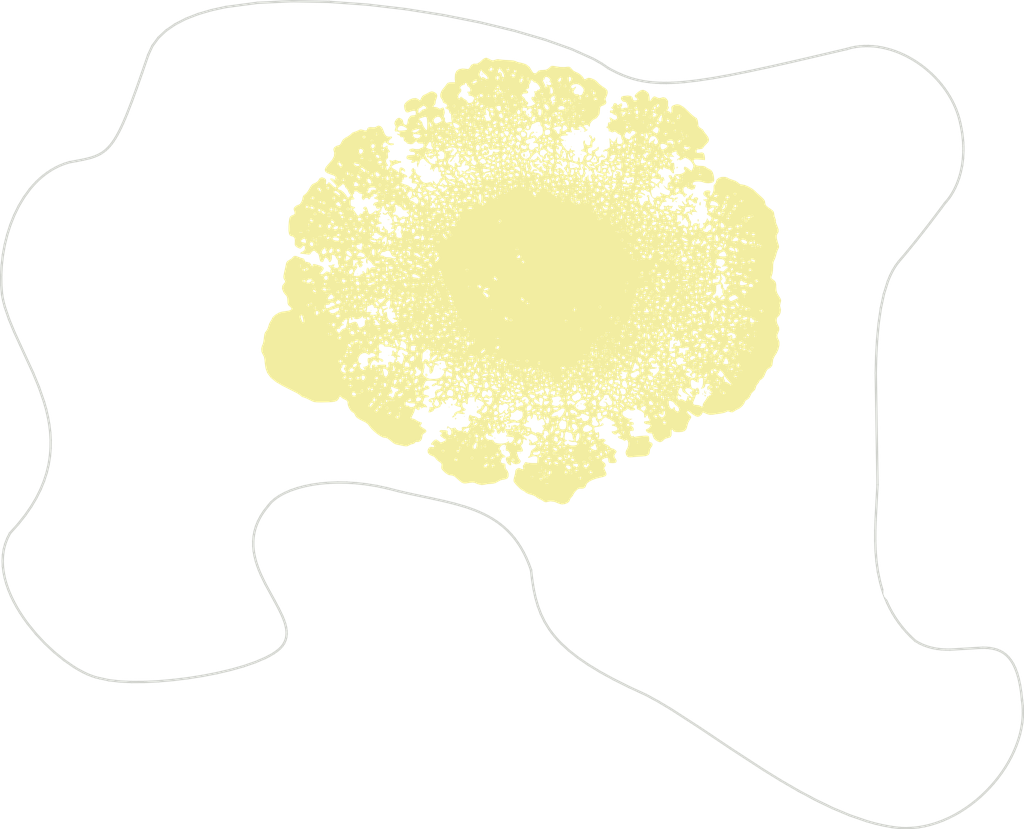
<source format=kicad_pcb>
(kicad_pcb (version 20211014) (generator pcbnew)
  (title_block (title "owl_generated") (rev "v1.0.0") (company "Unknown"))
  (layers (0 "F.Cu" signal) (31 "B.Cu" signal) (34 "B.Paste" user) (35 "F.Paste" user) (36 "B.SilkS" user "B.Silkscreen") (37 "F.SilkS" user "F.Silkscreen") (38 "B.Mask" user) (39 "F.Mask" user) (44 "Edge.Cuts" user))
  (net 0 "")
  (footprint "SMDPad" (layer "F.Cu") (at 168.768682 -112.888168)
    (fp_text reference "MOUNTING_PAD2" hide)
    (fp_text value "" hide)
    (pad "" np_thru_hole circle locked (at 0 0) (size 3.2 3.2) (drill 3.2) (layers *.Cu *.Mask))
  )
  (footprint "SMDPad" (layer "F.Cu") (at 168.768682 -48)
    (fp_text reference "MOUNTING_PAD1" hide)
    (fp_text value "" hide)
    (pad "" np_thru_hole circle locked (at 0 0) (size 3.2 3.2) (drill 3.2) (layers *.Cu *.Mask))
  )
  (footprint "SMDPad" (layer "F.Cu") (at 51 -41.8 -17)
    (fp_text reference "MOUNTING_PAD4" hide)
    (fp_text value "" hide)
    (pad "" np_thru_hole circle locked (at 0 0) (size 3.2 3.2) (drill 3.2) (layers *.Cu *.Mask))
  )
  (footprint "SMDPad" (layer "F.Cu") (at 51 -107.8 -17)
    (fp_text reference "MOUNTING_PAD3" hide)
    (fp_text value "" hide)
    (pad "" np_thru_hole circle locked (at 0 0) (size 3.2 3.2) (drill 3.2) (layers *.Cu *.Mask))
  )
  (footprint "LOGO" (layer "F.Cu") (at 114.2 -94)
    (fp_text reference "G***" (at 0 0) (layer "F.SilkS") (effects (font (size 1.524 1.524) (thickness 0.3))))
    (fp_text value "LOGO" hide)
  )
  (gr_line (start 175.153995 -39.475462) (end 175.802236 -39.399157) (layer "Edge.Cuts") (width 0.352777))
  (gr_line (start 147.048058 -125.497982) (end 150.160788 -126.166225) (layer "Edge.Cuts") (width 0.352777))
  (gr_line (start 112.221658 -131.564203) (end 116.808521 -130.224125) (layer "Edge.Cuts") (width 0.352777))
  (gr_line (start 76.553969 -61.783461) (end 75.992183 -61.283435) (layer "Edge.Cuts") (width 0.352777))
  (gr_line (start 36.590763 -49.149454) (end 36.350581 -50.019996) (layer "Edge.Cuts") (width 0.352777))
  (gr_line (start 41.035835 -61.936197) (end 41.673317 -63.21006) (layer "Edge.Cuts") (width 0.352777))
  (gr_line (start 48.652519 -35.69057) (end 47.985329 -36.008821) (layer "Edge.Cuts") (width 0.352777))
  (gr_line (start 42.508395 -75.155431) (end 42.193412 -76.271225) (layer "Edge.Cuts") (width 0.352777))
  (gr_line (start 39.166544 -44.049196) (end 38.623026 -44.870709) (layer "Edge.Cuts") (width 0.352777))
  (gr_line (start 85.900491 -64.256843) (end 84.559681 -64.207208) (layer "Edge.Cuts") (width 0.352777))
  (gr_line (start 178.797858 -116.993333) (end 178.914174 -116.284813) (layer "Edge.Cuts") (width 0.352777))
  (gr_line (start 78.890452 -63.058313) (end 78.009693 -62.674652) (layer "Edge.Cuts") (width 0.352777))
  (gr_line (start 187.851102 -28.448408) (end 187.710747 -27.593223) (layer "Edge.Cuts") (width 0.352777))
  (gr_line (start 176.356192 -105.907564) (end 176.356192 -105.907564) (layer "Edge.Cuts") (width 0.352777))
  (gr_line (start 187.324388 -35.017409) (end 187.527888 -34.071584) (layer "Edge.Cuts") (width 0.352777))
  (gr_line (start 79.864359 -63.395682) (end 78.890452 -63.058313) (layer "Edge.Cuts") (width 0.352777))
  (gr_line (start 126.261721 -125.955877) (end 127.473792 -125.33034) (layer "Edge.Cuts") (width 0.352777))
  (gr_line (start 78.137328 -40.737733) (end 77.931147 -40.291061) (layer "Edge.Cuts") (width 0.352777))
  (gr_line (start 174.505996 -39.595677) (end 175.153995 -39.475462) (layer "Edge.Cuts") (width 0.352777))
  (gr_line (start 125.233948 -126.664227) (end 126.261721 -125.955877) (layer "Edge.Cuts") (width 0.352777))
  (gr_line (start 36.891931 -48.28014) (end 36.590763 -49.149454) (layer "Edge.Cuts") (width 0.352777))
  (gr_line (start 162.993212 -129.145407) (end 163.644804 -129.233531) (layer "Edge.Cuts") (width 0.352777))
  (gr_line (start 69.981232 -36.334726) (end 67.938806 -35.854999) (layer "Edge.Cuts") (width 0.352777))
  (gr_line (start 83.279073 -64.092523) (end 82.065258 -63.916539) (layer "Edge.Cuts") (width 0.352777))
  (gr_line (start 36.083164 -53.458881) (end 36.210499 -54.293894) (layer "Edge.Cuts") (width 0.352777))
  (gr_line (start 84.633151 -135.863504) (end 90.318501 -135.455718) (layer "Edge.Cuts") (width 0.352777))
  (gr_line (start 57.706385 -127.956123) (end 58.330782 -129.306299) (layer "Edge.Cuts") (width 0.352777))
  (gr_line (start 37.125311 -56.695194) (end 38.321166 -58.027331) (layer "Edge.Cuts") (width 0.352777))
  (gr_line (start 63.336268 -133.35033) (end 65.129693 -134.046906) (layer "Edge.Cuts") (width 0.352777))
  (gr_line (start 51.94784 -114.354691) (end 52.233031 -114.701859) (layer "Edge.Cuts") (width 0.352777))
  (gr_line (start 178.16418 -108.840023) (end 177.858599 -108.150618) (layer "Edge.Cuts") (width 0.352777))
  (gr_line (start 54.565887 -119.21911) (end 55.235788 -120.945633) (layer "Edge.Cuts") (width 0.352777))
  (gr_line (start 179.333127 -15.654063) (end 178.528406 -15.142863) (layer "Edge.Cuts") (width 0.352777))
  (gr_line (start 133.632145 -31.633937) (end 131.81798 -32.618179) (layer "Edge.Cuts") (width 0.352777))
  (gr_line (start 115.373241 -47.106486) (end 115.095871 -48.409072) (layer "Edge.Cuts") (width 0.352777))
  (gr_line (start 38.321166 -58.027331) (end 39.366827 -59.344859) (layer "Edge.Cuts") (width 0.352777))
  (gr_line (start 73.547755 -53.313539) (end 73.721735 -52.605741) (layer "Edge.Cuts") (width 0.352777))
  (gr_line (start 75.992183 -61.283435) (end 75.549898 -60.752125) (layer "Edge.Cuts") (width 0.352777))
  (gr_line (start 137.506519 -123.924321) (end 139.514407 -124.15378) (layer "Edge.Cuts") (width 0.352777))
  (gr_line (start 111.775479 -56.503268) (end 111.251465 -57.055907) (layer "Edge.Cuts") (width 0.352777))
  (gr_line (start 136.58038 -123.850315) (end 137.506519 -123.924321) (layer "Edge.Cuts") (width 0.352777))
  (gr_line (start 75.793567 -38.451924) (end 75.132861 -38.112906) (layer "Edge.Cuts") (width 0.352777))
  (gr_line (start 179.08742 -114.301364) (end 179.092632 -113.687476) (layer "Edge.Cuts") (width 0.352777))
  (gr_line (start 114.373489 -52.149552) (end 114.009372 -53.01148) (layer "Edge.Cuts") (width 0.352777))
  (gr_line (start 187.710747 -27.593223) (end 187.515291 -26.738506) (layer "Edge.Cuts") (width 0.352777))
  (gr_line (start 176.356192 -105.907564) (end 175.752611 -105.089013) (layer "Edge.Cuts") (width 0.352777))
  (gr_line (start 166.370616 -50.919809) (end 166.703368 -49.359573) (layer "Edge.Cuts") (width 0.352777))
  (gr_line (start 126.261721 -125.955877) (end 126.261721 -125.955877) (layer "Edge.Cuts") (width 0.352777))
  (gr_line (start 93.276987 -63.397951) (end 93.276987 -63.397951) (layer "Edge.Cuts") (width 0.352777))
  (gr_line (start 178.449089 -109.622446) (end 178.16418 -108.840023) (layer "Edge.Cuts") (width 0.352777))
  (gr_line (start 39.366827 -59.344859) (end 40.269361 -60.647806) (layer "Edge.Cuts") (width 0.352777))
  (gr_line (start 150.160788 -126.166225) (end 153.623368 -126.945339) (layer "Edge.Cuts") (width 0.352777))
  (gr_line (start 170.106565 -97.913892) (end 169.477015 -97.176342) (layer "Edge.Cuts") (width 0.352777))
  (gr_line (start 50.405001 -113.12637) (end 50.735738 -113.31472) (layer "Edge.Cuts") (width 0.352777))
  (gr_line (start 53.650742 -117.116063) (end 53.946463 -117.756322) (layer "Edge.Cuts") (width 0.352777))
  (gr_line (start 170.009997 -42.656654) (end 170.602139 -41.969214) (layer "Edge.Cuts") (width 0.352777))
  (gr_line (start 39.216857 -106.76043) (end 40.088223 -107.954777) (layer "Edge.Cuts") (width 0.352777))
  (gr_line (start 144.476122 -24.598525) (end 139.837665 -27.707352) (layer "Edge.Cuts") (width 0.352777))
  (gr_line (start 57.19441 -34.536392) (end 55.2357 -34.524851) (layer "Edge.Cuts") (width 0.352777))
  (gr_line (start 178.649245 -117.725591) (end 178.649245 -117.725591) (layer "Edge.Cuts") (width 0.352777))
  (gr_line (start 51.847447 -34.795289) (end 50.502653 -35.087604) (layer "Edge.Cuts") (width 0.352777))
  (gr_line (start 76.503325 -46.656554) (end 77.147925 -45.455898) (layer "Edge.Cuts") (width 0.352777))
  (gr_line (start 52.233031 -114.701859) (end 52.515038 -115.090109) (layer "Edge.Cuts") (width 0.352777))
  (gr_line (start 171.965759 -100.177702) (end 170.734823 -98.665653) (layer "Edge.Cuts") (width 0.352777))
  (gr_line (start 171.246927 -41.297857) (end 171.946459 -40.643844) (layer "Edge.Cuts") (width 0.352777))
  (gr_line (start 96.775441 -62.549719) (end 95.03998 -62.946871) (layer "Edge.Cuts") (width 0.352777))
  (gr_line (start 186.811483 -36.585598) (end 187.085085 -35.853277) (layer "Edge.Cuts") (width 0.352777))
  (gr_line (start 166.243721 -85.565606) (end 166.106583 -83.087273) (layer "Edge.Cuts") (width 0.352777))
  (gr_line (start 179 -115.6) (end 179.057146 -114.938861) (layer "Edge.Cuts") (width 0.352777))
  (gr_line (start 117.80603 -41.867288) (end 117.41331 -42.412903) (layer "Edge.Cuts") (width 0.352777))
  (gr_line (start 78.263879 -41.201039) (end 78.137328 -40.737733) (layer "Edge.Cuts") (width 0.352777))
  (gr_line (start 173.327946 -13.054039) (end 172.41787 -12.892025) (layer "Edge.Cuts") (width 0.352777))
  (gr_line (start 177.702627 -14.674134) (end 176.857792 -14.250347) (layer "Edge.Cuts") (width 0.352777))
  (gr_line (start 170.242436 -127.965363) (end 170.874132 -127.647054) (layer "Edge.Cuts") (width 0.352777))
  (gr_line (start 166.703368 -49.359573) (end 166.916172 -48.584057) (layer "Edge.Cuts") (width 0.352777))
  (gr_line (start 118.705289 -40.792077) (end 118.236022 -41.327357) (layer "Edge.Cuts") (width 0.352777))
  (gr_line (start 131.81798 -32.618179) (end 131.81798 -32.618179) (layer "Edge.Cuts") (width 0.352777))
  (gr_line (start 175.752611 -105.089013) (end 174.173379 -102.997159) (layer "Edge.Cuts") (width 0.352777))
  (gr_line (start 37.772659 -104.10444) (end 38.445061 -105.471773) (layer "Edge.Cuts") (width 0.352777))
  (gr_line (start 47.985329 -36.008821) (end 47.299853 -36.381074) (layer "Edge.Cuts") (width 0.352777))
  (gr_line (start 167.20858 -13.149134) (end 165.965811 -13.437826) (layer "Edge.Cuts") (width 0.352777))
  (gr_line (start 57.706385 -127.956123) (end 57.706385 -127.956123) (layer "Edge.Cuts") (width 0.352777))
  (gr_line (start 45.246264 -111.743126) (end 45.944758 -111.96475) (layer "Edge.Cuts") (width 0.352777))
  (gr_line (start 166.042721 -80.566281) (end 166.302023 -63.927116) (layer "Edge.Cuts") (width 0.352777))
  (gr_line (start 182.519348 -39.624194) (end 183.053351 -39.574727) (layer "Edge.Cuts") (width 0.352777))
  (gr_line (start 176.962529 -106.637923) (end 176.527069 -106.089809) (layer "Edge.Cuts") (width 0.352777))
  (gr_line (start 63.620377 -35.096047) (end 61.429123 -34.827158) (layer "Edge.Cuts") (width 0.352777))
  (gr_line (start 101.709475 -133.882878) (end 107.143352 -132.79698) (layer "Edge.Cuts") (width 0.352777))
  (gr_line (start 187.266738 -25.886728) (end 186.96709 -25.040359) (layer "Edge.Cuts") (width 0.352777))
  (gr_line (start 51.360008 -113.771178) (end 51.657491 -114.0455) (layer "Edge.Cuts") (width 0.352777))
  (gr_line (start 35.950566 -92.209244) (end 35.950566 -92.209244) (layer "Edge.Cuts") (width 0.352777))
  (gr_line (start 185.404106 -38.607639) (end 185.799892 -38.225393) (layer "Edge.Cuts") (width 0.352777))
  (gr_line (start 182.970774 -18.760657) (end 182.301381 -18.074162) (layer "Edge.Cuts") (width 0.352777))
  (gr_line (start 186.618349 -24.201871) (end 186.222517 -23.373735) (layer "Edge.Cuts") (width 0.352777))
  (gr_line (start 53.946463 -117.756322) (end 54.250853 -118.456303) (layer "Edge.Cuts") (width 0.352777))
  (gr_line (start 186.167384 -37.765245) (end 186.505082 -37.220783) (layer "Edge.Cuts") (width 0.352777))
  (gr_line (start 139.837665 -27.707352) (end 135.582442 -30.466022) (layer "Edge.Cuts") (width 0.352777))
  (gr_line (start 73.962087 -135.723911) (end 79.135722 -135.966094) (layer "Edge.Cuts") (width 0.352777))
  (gr_line (start 77.228669 -62.248451) (end 76.553969 -61.783461) (layer "Edge.Cuts") (width 0.352777))
  (gr_line (start 128.682247 -124.810032) (end 129.294322 -124.589486) (layer "Edge.Cuts") (width 0.352777))
  (gr_line (start 179.057146 -114.938861) (end 179.08742 -114.301364) (layer "Edge.Cuts") (width 0.352777))
  (gr_line (start 167.76549 -46.291034) (end 168.125895 -45.542067) (layer "Edge.Cuts") (width 0.352777))
  (gr_line (start 39.746015 -43.245575) (end 39.166544 -44.049196) (layer "Edge.Cuts") (width 0.352777))
  (gr_line (start 185.297594 -21.758399) (end 184.772507 -20.976141) (layer "Edge.Cuts") (width 0.352777))
  (gr_line (start 116.731686 -43.525321) (end 116.175139 -44.672879) (layer "Edge.Cuts") (width 0.352777))
  (gr_line (start 176.27626 -122.959368) (end 176.688751 -122.363589) (layer "Edge.Cuts") (width 0.352777))
  (gr_line (start 41.059336 -109.039182) (end 41.582351 -109.535272) (layer "Edge.Cuts") (width 0.352777))
  (gr_line (start 42.130369 -109.998015) (end 42.703412 -110.425456) (layer "Edge.Cuts") (width 0.352777))
  (gr_line (start 35.834136 -93.643239) (end 35.815696 -95.123615) (layer "Edge.Cuts") (width 0.352777))
  (gr_line (start 108.287846 -59.230764) (end 107.631839 -59.56592) (layer "Edge.Cuts") (width 0.352777))
  (gr_line (start 135.701202 -123.803381) (end 136.58038 -123.850315) (layer "Edge.Cuts") (width 0.352777))
  (gr_line (start 41.582351 -109.535272) (end 42.130369 -109.998015) (layer "Edge.Cuts") (width 0.352777))
  (gr_line (start 100.138958 -61.835596) (end 96.775441 -62.549719) (layer "Edge.Cuts") (width 0.352777))
  (gr_line (start 173.267527 -126.078937) (end 173.824292 -125.618517) (layer "Edge.Cuts") (width 0.352777))
  (gr_line (start 149.390283 -21.395895) (end 144.476122 -24.598525) (layer "Edge.Cuts") (width 0.352777))
  (gr_line (start 43.301501 -110.815641) (end 43.924658 -111.166618) (layer "Edge.Cuts") (width 0.352777))
  (gr_line (start 110.132401 -58.035866) (end 109.538902 -58.468287) (layer "Edge.Cuts") (width 0.352777))
  (gr_line (start 166.966229 -129.061304) (end 167.631676 -128.91175) (layer "Edge.Cuts") (width 0.352777))
  (gr_line (start 178.271101 -119.123565) (end 178.48002 -118.430795) (layer "Edge.Cuts") (width 0.352777))
  (gr_line (start 172.100802 -126.919839) (end 172.692481 -126.513066) (layer "Edge.Cuts") (width 0.352777))
  (gr_line (start 167.162728 -47.813289) (end 167.445134 -47.048528) (layer "Edge.Cuts") (width 0.352777))
  (gr_line (start 185.781599 -22.55842) (end 185.297594 -21.758399) (layer "Edge.Cuts") (width 0.352777))
  (gr_line (start 129.290233 -33.786408) (end 127.031649 -34.915363) (layer "Edge.Cuts") (width 0.352777))
  (gr_line (start 45.944758 -111.96475) (end 47.051905 -112.166626) (layer "Edge.Cuts") (width 0.352777))
  (gr_line (start 171.946459 -40.643844) (end 171.946459 -40.643844) (layer "Edge.Cuts") (width 0.352777))
  (gr_line (start 43.074671 -68.160753) (end 43.173203 -69.362369) (layer "Edge.Cuts") (width 0.352777))
  (gr_line (start 121.710774 -38.149265) (end 120.368745 -39.203806) (layer "Edge.Cuts") (width 0.352777))
  (gr_line (start 182.301381 -18.074162) (end 181.600917 -17.417784) (layer "Edge.Cuts") (width 0.352777))
  (gr_line (start 69.24812 -135.097374) (end 73.962087 -135.723911) (layer "Edge.Cuts") (width 0.352777))
  (gr_line (start 61.74268 -132.532928) (end 63.336268 -133.35033) (layer "Edge.Cuts") (width 0.352777))
  (gr_line (start 54.250853 -118.456303) (end 54.565887 -119.21911) (layer "Edge.Cuts") (width 0.352777))
  (gr_line (start 175.995904 -13.873974) (end 175.118965 -13.547484) (layer "Edge.Cuts") (width 0.352777))
  (gr_line (start 73.939139 -51.906178) (end 74.193815 -51.215272) (layer "Edge.Cuts") (width 0.352777))
  (gr_line (start 107.631839 -59.56592) (end 106.956547 -59.873755) (layer "Edge.Cuts") (width 0.352777))
  (gr_line (start 186.505082 -37.220783) (end 186.811483 -36.585598) (layer "Edge.Cuts") (width 0.352777))
  (gr_line (start 166.147676 -52.483921) (end 166.370616 -50.919809) (layer "Edge.Cuts") (width 0.352777))
  (gr_line (start 168.293668 -128.726313) (end 168.950556 -128.506059) (layer "Edge.Cuts") (width 0.352777))
  (gr_line (start 123.257929 -37.088523) (end 121.710774 -38.149265) (layer "Edge.Cuts") (width 0.352777))
  (gr_line (start 166.106583 -83.087273) (end 166.042721 -80.566281) (layer "Edge.Cuts") (width 0.352777))
  (gr_line (start 174.876393 -124.62307) (end 175.368433 -124.090175) (layer "Edge.Cuts") (width 0.352777))
  (gr_line (start 178.48002 -118.430795) (end 178.649245 -117.725591) (layer "Edge.Cuts") (width 0.352777))
  (gr_line (start 42.772128 -74.025399) (end 42.508395 -75.155431) (layer "Edge.Cuts") (width 0.352777))
  (gr_line (start 77.931147 -40.291061) (end 77.931147 -40.291061) (layer "Edge.Cuts") (width 0.352777))
  (gr_line (start 75.549898 -60.752125) (end 75.549898 -60.752125) (layer "Edge.Cuts") (width 0.352777))
  (gr_line (start 36.124395 -91.317647) (end 35.950566 -92.209244) (layer "Edge.Cuts") (width 0.352777))
  (gr_line (start 116.175139 -44.672879) (end 115.72766 -45.863845) (layer "Edge.Cuts") (width 0.352777))
  (gr_line (start 168.573348 -95.840247) (end 168.184988 -95.058606) (layer "Edge.Cuts") (width 0.352777))
  (gr_line (start 50.059228 -112.960464) (end 50.405001 -113.12637) (layer "Edge.Cuts") (width 0.352777))
  (gr_line (start 184.062012 -39.351076) (end 184.533665 -39.16407) (layer "Edge.Cuts") (width 0.352777))
  (gr_line (start 37.125311 -56.695194) (end 37.125311 -56.695194) (layer "Edge.Cuts") (width 0.352777))
  (gr_line (start 163.644804 -129.233531) (end 164.302823 -129.279378) (layer "Edge.Cuts") (width 0.352777))
  (gr_line (start 166.800091 -90.22548) (end 166.469702 -87.959076) (layer "Edge.Cuts") (width 0.352777))
  (gr_line (start 78.316952 -41.680558) (end 78.263879 -41.201039) (layer "Edge.Cuts") (width 0.352777))
  (gr_line (start 51.053415 -113.528621) (end 51.360008 -113.771178) (layer "Edge.Cuts") (width 0.352777))
  (gr_line (start 178.899018 -111.467376) (end 178.698858 -110.498144) (layer "Edge.Cuts") (width 0.352777))
  (gr_line (start 173.126414 -101.644274) (end 171.965759 -100.177702) (layer "Edge.Cuts") (width 0.352777))
  (gr_line (start 167.250451 -92.322612) (end 166.800091 -90.22548) (layer "Edge.Cuts") (width 0.352777))
  (gr_line (start 47.299853 -36.381074) (end 46.600264 -36.804551) (layer "Edge.Cuts") (width 0.352777))
  (gr_line (start 38.119634 -45.707338) (end 37.660539 -46.556305) (layer "Edge.Cuts") (width 0.352777))
  (gr_line (start 151.91715 -19.839516) (end 149.390283 -21.395895) (layer "Edge.Cuts") (width 0.352777))
  (gr_line (start 105.551205 -60.417661) (end 104.822706 -60.658834) (layer "Edge.Cuts") (width 0.352777))
  (gr_line (start 120.768068 -128.816326) (end 123.964426 -127.380384) (layer "Edge.Cuts") (width 0.352777))
  (gr_line (start 45.175433 -37.794067) (end 43.744215 -38.955148) (layer "Edge.Cuts") (width 0.352777))
  (gr_line (start 53.077405 -116.002282) (end 53.361715 -116.532419) (layer "Edge.Cuts") (width 0.352777))
  (gr_line (start 110.703514 -57.565922) (end 110.132401 -58.035866) (layer "Edge.Cuts") (width 0.352777))
  (gr_line (start 35.89542 -96.634738) (end 36.073484 -98.160976) (layer "Edge.Cuts") (width 0.352777))
  (gr_line (start 74.062608 -58.463463) (end 73.76034 -57.70977) (layer "Edge.Cuts") (width 0.352777))
  (gr_line (start 131.206125 -124.086983) (end 131.880858 -123.972724) (layer "Edge.Cuts") (width 0.352777))
  (gr_line (start 44.572905 -111.476431) (end 45.246264 -111.743126) (layer "Edge.Cuts") (width 0.352777))
  (gr_line (start 179.092632 -113.687476) (end 179.035099 -112.530401) (layer "Edge.Cuts") (width 0.352777))
  (gr_line (start 169.477015 -97.176342) (end 169.477015 -97.176342) (layer "Edge.Cuts") (width 0.352777))
  (gr_line (start 166.469702 -87.959076) (end 166.243721 -85.565606) (layer "Edge.Cuts") (width 0.352777))
  (gr_line (start 91.733991 -63.729844) (end 90.218255 -63.977928) (layer "Edge.Cuts") (width 0.352777))
  (gr_line (start 60.365913 -131.589754) (end 61.74268 -132.532928) (layer "Edge.Cuts") (width 0.352777))
  (gr_line (start 40.562318 -80.592556) (end 38.676603 -84.688207) (layer "Edge.Cuts") (width 0.352777))
  (gr_line (start 50.735738 -113.31472) (end 51.053415 -113.528621) (layer "Edge.Cuts") (width 0.352777))
  (gr_line (start 36.360053 -90.412238) (end 36.124395 -91.317647) (layer "Edge.Cuts") (width 0.352777))
  (gr_line (start 144.255721 -124.940141) (end 147.048058 -125.497982) (layer "Edge.Cuts") (width 0.352777))
  (gr_line (start 65.804396 -35.440383) (end 63.620377 -35.096047) (layer "Edge.Cuts") (width 0.352777))
  (gr_line (start 73.721735 -52.605741) (end 73.939139 -51.906178) (layer "Edge.Cuts") (width 0.352777))
  (gr_line (start 168.528449 -44.802885) (end 168.975251 -44.07475) (layer "Edge.Cuts") (width 0.352777))
  (gr_line (start 71.8893 -36.874399) (end 69.981232 -36.334726) (layer "Edge.Cuts") (width 0.352777))
  (gr_line (start 165.969783 -57.098742) (end 165.964054 -55.583464) (layer "Edge.Cuts") (width 0.352777))
  (gr_line (start 48.911946 -112.566348) (end 49.314676 -112.683559) (layer "Edge.Cuts") (width 0.352777))
  (gr_line (start 53.439254 -34.609428) (end 51.847447 -34.795289) (layer "Edge.Cuts") (width 0.352777))
  (gr_line (start 180.114788 -16.205263) (end 179.333127 -15.654063) (layer "Edge.Cuts") (width 0.352777))
  (gr_line (start 90.318501 -135.455718) (end 96.0559 -134.782317) (layer "Edge.Cuts") (width 0.352777))
  (gr_line (start 172.41787 -12.892025) (end 171.500753 -12.789778) (layer "Edge.Cuts") (width 0.352777))
  (gr_line (start 37.249914 -47.414831) (end 36.891931 -48.28014) (layer "Edge.Cuts") (width 0.352777))
  (gr_line (start 41.673317 -63.21006) (end 42.188874 -64.46942) (layer "Edge.Cuts") (width 0.352777))
  (gr_line (start 38.623026 -44.870709) (end 38.119634 -45.707338) (layer "Edge.Cuts") (width 0.352777))
  (gr_line (start 42.977543 -72.881104) (end 42.772128 -74.025399) (layer "Edge.Cuts") (width 0.352777))
  (gr_line (start 73.620634 -37.468848) (end 71.8893 -36.874399) (layer "Edge.Cuts") (width 0.352777))
  (gr_line (start 36.7274 -55.914829) (end 37.125311 -56.695194) (layer "Edge.Cuts") (width 0.352777))
  (gr_line (start 172.692481 -126.513066) (end 173.267527 -126.078937) (layer "Edge.Cuts") (width 0.352777))
  (gr_line (start 153.623368 -126.945339) (end 161.715899 -128.838062) (layer "Edge.Cuts") (width 0.352777))
  (gr_line (start 177.740771 -120.467537) (end 178.024136 -119.802834) (layer "Edge.Cuts") (width 0.352777))
  (gr_line (start 104.822706 -60.658834) (end 103.317929 -61.092367) (layer "Edge.Cuts") (width 0.352777))
  (gr_line (start 167.836349 -94.208269) (end 167.250451 -92.322612) (layer "Edge.Cuts") (width 0.352777))
  (gr_line (start 43.185148 -70.549615) (end 43.117572 -71.722518) (layer "Edge.Cuts") (width 0.352777))
  (gr_line (start 42.188874 -64.46942) (end 42.589574 -65.714305) (layer "Edge.Cuts") (width 0.352777))
  (gr_line (start 65.129693 -134.046906) (end 67.105972 -134.627606) (layer "Edge.Cuts") (width 0.352777))
  (gr_line (start 169.653406 -12.774467) (end 168.438339 -12.926679) (layer "Edge.Cuts") (width 0.352777))
  (gr_line (start 168.975251 -44.07475) (end 169.468401 -43.35892) (layer "Edge.Cuts") (width 0.352777))
  (gr_line (start 40.996128 -41.703123) (end 39.746015 -43.245575) (layer "Edge.Cuts") (width 0.352777))
  (gr_line (start 187.934355 -29.301591) (end 187.851102 -28.448408) (layer "Edge.Cuts") (width 0.352777))
  (gr_line (start 53.361715 -116.532419) (end 53.650742 -117.116063) (layer "Edge.Cuts") (width 0.352777))
  (gr_line (start 75.549898 -60.752125) (end 74.951234 -59.98506) (layer "Edge.Cuts") (width 0.352777))
  (gr_line (start 164.965623 -129.284013) (end 165.631555 -129.248501) (layer "Edge.Cuts") (width 0.352777))
  (gr_line (start 141.754323 -124.49223) (end 144.255721 -124.940141) (layer "Edge.Cuts") (width 0.352777))
  (gr_line (start 55.97197 -122.960742) (end 56.790235 -125.289288) (layer "Edge.Cuts") (width 0.352777))
  (gr_line (start 42.589574 -65.714305) (end 42.882484 -66.94474) (layer "Edge.Cuts") (width 0.352777))
  (gr_line (start 55.235788 -120.945633) (end 55.97197 -122.960742) (layer "Edge.Cuts") (width 0.352777))
  (gr_line (start 171.500753 -12.789778) (end 170.578597 -12.749768) (layer "Edge.Cuts") (width 0.352777))
  (gr_line (start 184.20834 -20.214118) (end 183.607095 -19.474799) (layer "Edge.Cuts") (width 0.352777))
  (gr_line (start 167.631676 -128.91175) (end 168.293668 -128.726313) (layer "Edge.Cuts") (width 0.352777))
  (gr_line (start 187.821474 -31.824417) (end 187.821474 -31.824417) (layer "Edge.Cuts") (width 0.352777))
  (gr_line (start 49.696445 -112.813896) (end 50.059228 -112.960464) (layer "Edge.Cuts") (width 0.352777))
  (gr_line (start 167.445134 -47.048528) (end 167.76549 -46.291034) (layer "Edge.Cuts") (width 0.352777))
  (gr_line (start 47.051905 -112.166626) (end 48.0357 -112.358875) (layer "Edge.Cuts") (width 0.352777))
  (gr_line (start 40.269361 -60.647806) (end 41.035835 -61.936197) (layer "Edge.Cuts") (width 0.352777))
  (gr_line (start 175.802236 -39.399157) (end 176.449217 -39.360348) (layer "Edge.Cuts") (width 0.352777))
  (gr_line (start 175.118965 -13.547484) (end 174.228978 -13.273349) (layer "Edge.Cuts") (width 0.352777))
  (gr_line (start 42.882484 -66.94474) (end 43.074671 -68.160753) (layer "Edge.Cuts") (width 0.352777))
  (gr_line (start 112.274782 -55.905457) (end 111.775479 -56.503268) (layer "Edge.Cuts") (width 0.352777))
  (gr_line (start 118.236022 -41.327357) (end 117.80603 -41.867288) (layer "Edge.Cuts") (width 0.352777))
  (gr_line (start 169.600695 -128.252054) (end 170.242436 -127.965363) (layer "Edge.Cuts") (width 0.352777))
  (gr_line (start 187.527888 -34.071584) (end 187.694084 -33.00939) (layer "Edge.Cuts") (width 0.352777))
  (gr_line (start 176.688751 -122.363589) (end 177.071431 -121.74898) (layer "Edge.Cuts") (width 0.352777))
  (gr_line (start 168.125895 -45.542067) (end 168.528449 -44.802885) (layer "Edge.Cuts") (width 0.352777))
  (gr_line (start 36.988581 -88.559871) (end 36.360053 -90.412238) (layer "Edge.Cuts") (width 0.352777))
  (gr_line (start 127.031649 -34.915363) (end 125.026217 -36.013312) (layer "Edge.Cuts") (width 0.352777))
  (gr_line (start 46.600264 -36.804551) (end 45.175433 -37.794067) (layer "Edge.Cuts") (width 0.352777))
  (gr_line (start 129.916539 -124.395423) (end 130.552579 -124.227903) (layer "Edge.Cuts") (width 0.352777))
  (gr_line (start 58.330782 -129.306299) (end 59.222953 -130.51586) (layer "Edge.Cuts") (width 0.352777))
  (gr_line (start 106.956547 -59.873755) (end 106.262744 -60.156818) (layer "Edge.Cuts") (width 0.352777))
  (gr_line (start 74.951234 -59.98506) (end 74.457521 -59.222033) (layer "Edge.Cuts") (width 0.352777))
  (gr_line (start 61.429123 -34.827158) (end 59.273009 -34.638884) (layer "Edge.Cuts") (width 0.352777))
  (gr_line (start 181.600917 -17.417784) (end 180.871385 -16.793994) (layer "Edge.Cuts") (width 0.352777))
  (gr_line (start 75.132861 -38.112906) (end 73.620634 -37.468848) (layer "Edge.Cuts") (width 0.352777))
  (gr_line (start 49.314676 -112.683559) (end 49.696445 -112.813896) (layer "Edge.Cuts") (width 0.352777))
  (gr_line (start 78.096834 -43.212197) (end 78.227277 -42.686557) (layer "Edge.Cuts") (width 0.352777))
  (gr_line (start 96.0559 -134.782317) (end 101.709475 -133.882878) (layer "Edge.Cuts") (width 0.352777))
  (gr_line (start 178.914174 -116.284813) (end 179 -115.6) (layer "Edge.Cuts") (width 0.352777))
  (gr_line (start 49.297252 -35.429099) (end 48.652519 -35.69057) (layer "Edge.Cuts") (width 0.352777))
  (gr_line (start 77.330492 -39.529181) (end 76.897679 -39.160707) (layer "Edge.Cuts") (width 0.352777))
  (gr_line (start 187.821474 -31.824417) (end 187.921544 -30.992066) (layer "Edge.Cuts") (width 0.352777))
  (gr_line (start 187.694084 -33.00939) (end 187.821474 -31.824417) (layer "Edge.Cuts") (width 0.352777))
  (gr_line (start 95.03998 -62.946871) (end 93.276987 -63.397951) (layer "Edge.Cuts") (width 0.352777))
  (gr_line (start 50.502653 -35.087604) (end 50.502653 -35.087604) (layer "Edge.Cuts") (width 0.352777))
  (gr_line (start 36.350581 -50.019996) (end 36.175558 -50.888986) (layer "Edge.Cuts") (width 0.352777))
  (gr_line (start 177.422654 -121.116607) (end 177.740771 -120.467537) (layer "Edge.Cuts") (width 0.352777))
  (gr_line (start 59.273009 -34.638884) (end 57.19441 -34.536392) (layer "Edge.Cuts") (width 0.352777))
  (gr_line (start 177.093438 -39.352627) (end 181.967564 -39.640636) (layer "Edge.Cuts") (width 0.352777))
  (gr_line (start 108.923792 -58.865736) (end 108.287846 -59.230764) (layer "Edge.Cuts") (width 0.352777))
  (gr_line (start 73.76034 -57.70977) (end 73.544566 -56.961374) (layer "Edge.Cuts") (width 0.352777))
  (gr_line (start 170.874132 -127.647054) (end 171.494136 -127.29819) (layer "Edge.Cuts") (width 0.352777))
  (gr_line (start 176.449217 -39.360348) (end 177.093438 -39.352627) (layer "Edge.Cuts") (width 0.352777))
  (gr_line (start 127.473792 -125.33034) (end 128.076631 -125.057003) (layer "Edge.Cuts") (width 0.352777))
  (gr_line (start 73.354679 -54.752164) (end 73.423352 -54.029154) (layer "Edge.Cuts") (width 0.352777))
  (gr_line (start 166.302023 -63.927116) (end 166.018144 -58.577587) (layer "Edge.Cuts") (width 0.352777))
  (gr_line (start 76.897679 -39.160707) (end 76.383605 -38.801407) (layer "Edge.Cuts") (width 0.352777))
  (gr_line (start 52.515038 -115.090109) (end 52.795838 -115.522548) (layer "Edge.Cuts") (width 0.352777))
  (gr_line (start 154.47262 -18.355819) (end 151.91715 -19.839516) (layer "Edge.Cuts") (width 0.352777))
  (gr_line (start 75.119946 -49.198684) (end 76.503325 -46.656554) (layer "Edge.Cuts") (width 0.352777))
  (gr_line (start 116.808521 -130.224125) (end 120.768068 -128.816326) (layer "Edge.Cuts") (width 0.352777))
  (gr_line (start 178.649245 -117.725591) (end 178.797858 -116.993333) (layer "Edge.Cuts") (width 0.352777))
  (gr_line (start 185.799892 -38.225393) (end 186.167384 -37.765245) (layer "Edge.Cuts") (width 0.352777))
  (gr_line (start 170.602139 -41.969214) (end 171.246927 -41.297857) (layer "Edge.Cuts") (width 0.352777))
  (gr_line (start 37.779611 -86.651931) (end 36.988581 -88.559871) (layer "Edge.Cuts") (width 0.352777))
  (gr_line (start 36.073484 -98.160976) (end 36.350065 -99.686697) (layer "Edge.Cuts") (width 0.352777))
  (gr_line (start 36.350065 -99.686697) (end 36.725337 -101.19627) (layer "Edge.Cuts") (width 0.352777))
  (gr_line (start 52.795838 -115.522548) (end 53.077405 -116.002282) (layer "Edge.Cuts") (width 0.352777))
  (gr_line (start 186.96709 -25.040359) (end 186.618349 -24.201871) (layer "Edge.Cuts") (width 0.352777))
  (gr_line (start 76.383605 -38.801407) (end 75.793567 -38.451924) (layer "Edge.Cuts") (width 0.352777))
  (gr_line (start 117.41331 -42.412903) (end 116.731686 -43.525321) (layer "Edge.Cuts") (width 0.352777))
  (gr_line (start 78.227277 -42.686557) (end 78.302701 -42.175871) (layer "Edge.Cuts") (width 0.352777))
  (gr_line (start 78.009693 -62.674652) (end 77.228669 -62.248451) (layer "Edge.Cuts") (width 0.352777))
  (gr_line (start 123.964426 -127.380384) (end 125.233948 -126.664227) (layer "Edge.Cuts") (width 0.352777))
  (gr_line (start 55.2357 -34.524851) (end 53.439254 -34.609428) (layer "Edge.Cuts") (width 0.352777))
  (gr_line (start 128.076631 -125.057003) (end 128.682247 -124.810032) (layer "Edge.Cuts") (width 0.352777))
  (gr_line (start 176.857792 -14.250347) (end 175.995904 -13.873974) (layer "Edge.Cuts") (width 0.352777))
  (gr_line (start 38.445061 -105.471773) (end 39.216857 -106.76043) (layer "Edge.Cuts") (width 0.352777))
  (gr_line (start 36.423853 -55.113469) (end 36.7274 -55.914829) (layer "Edge.Cuts") (width 0.352777))
  (gr_line (start 56.790235 -125.289288) (end 57.706385 -127.956123) (layer "Edge.Cuts") (width 0.352777))
  (gr_line (start 131.880858 -123.972724) (end 132.580461 -123.885183) (layer "Edge.Cuts") (width 0.352777))
  (gr_line (start 132.580461 -123.885183) (end 133.308614 -123.82442) (layer "Edge.Cuts") (width 0.352777))
  (gr_line (start 131.81798 -32.618179) (end 129.290233 -33.786408) (layer "Edge.Cuts") (width 0.352777))
  (gr_line (start 79.135722 -135.966094) (end 84.633151 -135.863504) (layer "Edge.Cuts") (width 0.352777))
  (gr_line (start 36.037677 -52.611207) (end 36.083164 -53.458881) (layer "Edge.Cuts") (width 0.352777))
  (gr_line (start 51.657491 -114.0455) (end 51.94784 -114.354691) (layer "Edge.Cuts") (width 0.352777))
  (gr_line (start 178.024136 -119.802834) (end 178.271101 -119.123565) (layer "Edge.Cuts") (width 0.352777))
  (gr_line (start 177.546818 -107.553972) (end 177.243305 -107.049826) (layer "Edge.Cuts") (width 0.352777))
  (gr_line (start 114.009372 -53.01148) (end 113.616668 -53.815485) (layer "Edge.Cuts") (width 0.352777))
  (gr_line (start 168.950556 -128.506059) (end 169.600695 -128.252054) (layer "Edge.Cuts") (width 0.352777))
  (gr_line (start 87.294916 -64.237675) (end 85.900491 -64.256843) (layer "Edge.Cuts") (width 0.352777))
  (gr_line (start 41.437962 -78.460207) (end 40.562318 -80.592556) (layer "Edge.Cuts") (width 0.352777))
  (gr_line (start 43.924658 -111.166618) (end 44.572905 -111.476431) (layer "Edge.Cuts") (width 0.352777))
  (gr_line (start 134.865303 -123.78346) (end 135.701202 -123.803381) (layer "Edge.Cuts") (width 0.352777))
  (gr_line (start 107.143352 -132.79698) (end 112.221658 -131.564203) (layer "Edge.Cuts") (width 0.352777))
  (gr_line (start 181.967564 -39.640636) (end 182.519348 -39.624194) (layer "Edge.Cuts") (width 0.352777))
  (gr_line (start 82.065258 -63.916539) (end 80.924824 -63.683008) (layer "Edge.Cuts") (width 0.352777))
  (gr_line (start 73.544566 -56.961374) (end 73.409133 -56.218694) (layer "Edge.Cuts") (width 0.352777))
  (gr_line (start 80.924824 -63.683008) (end 79.864359 -63.395682) (layer "Edge.Cuts") (width 0.352777))
  (gr_line (start 36.725337 -101.19627) (end 37.199477 -102.674061) (layer "Edge.Cuts") (width 0.352777))
  (gr_line (start 184.772507 -20.976141) (end 184.20834 -20.214118) (layer "Edge.Cuts") (width 0.352777))
  (gr_line (start 172.578471 -40.283884) (end 173.216732 -39.993477) (layer "Edge.Cuts") (width 0.352777))
  (gr_line (start 84.559681 -64.207208) (end 83.279073 -64.092523) (layer "Edge.Cuts") (width 0.352777))
  (gr_line (start 43.744215 -38.955148) (end 42.339988 -40.265574) (layer "Edge.Cuts") (width 0.352777))
  (gr_line (start 48.0357 -112.358875) (end 48.911946 -112.566348) (layer "Edge.Cuts") (width 0.352777))
  (gr_line (start 135.582442 -30.466022) (end 133.632145 -31.633937) (layer "Edge.Cuts") (width 0.352777))
  (gr_line (start 183.053351 -39.574727) (end 183.568073 -39.485825) (layer "Edge.Cuts") (width 0.352777))
  (gr_line (start 42.339988 -40.265574) (end 40.996128 -41.703123) (layer "Edge.Cuts") (width 0.352777))
  (gr_line (start 165.964054 -55.583464) (end 166.017754 -54.041831) (layer "Edge.Cuts") (width 0.352777))
  (gr_line (start 177.243305 -107.049826) (end 176.962529 -106.637923) (layer "Edge.Cuts") (width 0.352777))
  (gr_line (start 171.946459 -40.643844) (end 172.578471 -40.283884) (layer "Edge.Cuts") (width 0.352777))
  (gr_line (start 166.298972 -129.17391) (end 166.966229 -129.061304) (layer "Edge.Cuts") (width 0.352777))
  (gr_line (start 77.917525 -43.752371) (end 78.096834 -43.212197) (layer "Edge.Cuts") (width 0.352777))
  (gr_line (start 184.533665 -39.16407) (end 184.98153 -38.918394) (layer "Edge.Cuts") (width 0.352777))
  (gr_line (start 174.228978 -13.273349) (end 173.327946 -13.054039) (layer "Edge.Cuts") (width 0.352777))
  (gr_line (start 133.308614 -123.82442) (end 134.069001 -123.790492) (layer "Edge.Cuts") (width 0.352777))
  (gr_line (start 120.368745 -39.203806) (end 119.215831 -40.260414) (layer "Edge.Cuts") (width 0.352777))
  (gr_line (start 159.615606 -15.734652) (end 157.043253 -16.97685) (layer "Edge.Cuts") (width 0.352777))
  (gr_line (start 43.117572 -71.722518) (end 42.977543 -72.881104) (layer "Edge.Cuts") (width 0.352777))
  (gr_line (start 168.438339 -12.926679) (end 167.20858 -13.149134) (layer "Edge.Cuts") (width 0.352777))
  (gr_line (start 37.660539 -46.556305) (end 37.249914 -47.414831) (layer "Edge.Cuts") (width 0.352777))
  (gr_line (start 35.815696 -95.123615) (end 35.89542 -96.634738) (layer "Edge.Cuts") (width 0.352777))
  (gr_line (start 73.409133 -56.218694) (end 73.347888 -55.482151) (layer "Edge.Cuts") (width 0.352777))
  (gr_line (start 139.514407 -124.15378) (end 141.754323 -124.49223) (layer "Edge.Cuts") (width 0.352777))
  (gr_line (start 77.147925 -45.455898) (end 77.695502 -44.306659) (layer "Edge.Cuts") (width 0.352777))
  (gr_line (start 134.069001 -123.790492) (end 134.865303 -123.78346) (layer "Edge.Cuts") (width 0.352777))
  (gr_line (start 173.859741 -39.766211) (end 174.505996 -39.595677) (layer "Edge.Cuts") (width 0.352777))
  (gr_line (start 73.423352 -54.029154) (end 73.547755 -53.313539) (layer "Edge.Cuts") (width 0.352777))
  (gr_line (start 101.754612 -61.477821) (end 100.138958 -61.835596) (layer "Edge.Cuts") (width 0.352777))
  (gr_line (start 37.199477 -102.674061) (end 37.772659 -104.10444) (layer "Edge.Cuts") (width 0.352777))
  (gr_line (start 179.035099 -112.530401) (end 178.899018 -111.467376) (layer "Edge.Cuts") (width 0.352777))
  (gr_line (start 45.944758 -111.96475) (end 45.944758 -111.96475) (layer "Edge.Cuts") (width 0.352777))
  (gr_line (start 113.616668 -53.815485) (end 113.196152 -54.564116) (layer "Edge.Cuts") (width 0.352777))
  (gr_line (start 169.653406 -12.774467) (end 169.653406 -12.774467) (layer "Edge.Cuts") (width 0.352777))
  (gr_line (start 169.477015 -97.176342) (end 169.003375 -96.547918) (layer "Edge.Cuts") (width 0.352777))
  (gr_line (start 129.294322 -124.589486) (end 129.916539 -124.395423) (layer "Edge.Cuts") (width 0.352777))
  (gr_line (start 177.858599 -108.150618) (end 177.546818 -107.553972) (layer "Edge.Cuts") (width 0.352777))
  (gr_line (start 88.736367 -64.145954) (end 87.294916 -64.237675) (layer "Edge.Cuts") (width 0.352777))
  (gr_line (start 111.251465 -57.055907) (end 110.703514 -57.565922) (layer "Edge.Cuts") (width 0.352777))
  (gr_line (start 177.071431 -121.74898) (end 177.422654 -121.116607) (layer "Edge.Cuts") (width 0.352777))
  (gr_line (start 112.748598 -55.259923) (end 112.274782 -55.905457) (layer "Edge.Cuts") (width 0.352777))
  (gr_line (start 174.36113 -125.132873) (end 174.876393 -124.62307) (layer "Edge.Cuts") (width 0.352777))
  (gr_line (start 164.71171 -13.78875) (end 162.176239 -14.661271) (layer "Edge.Cuts") (width 0.352777))
  (gr_line (start 162.349695 -129.013939) (end 162.993212 -129.145407) (layer "Edge.Cuts") (width 0.352777))
  (gr_line (start 77.695502 -44.306659) (end 77.917525 -43.752371) (layer "Edge.Cuts") (width 0.352777))
  (gr_line (start 176.527069 -106.089809) (end 176.356192 -105.907564) (layer "Edge.Cuts") (width 0.352777))
  (gr_line (start 186.222517 -23.373735) (end 185.781599 -22.55842) (layer "Edge.Cuts") (width 0.352777))
  (gr_line (start 50.502653 -35.087604) (end 49.915354 -35.227184) (layer "Edge.Cuts") (width 0.352777))
  (gr_line (start 175.835605 -123.535252) (end 176.27626 -122.959368) (layer "Edge.Cuts") (width 0.352777))
  (gr_line (start 161.715899 -128.838062) (end 162.349695 -129.013939) (layer "Edge.Cuts") (width 0.352777))
  (gr_line (start 40.088223 -107.954777) (end 40.5613 -108.511699) (layer "Edge.Cuts") (width 0.352777))
  (gr_line (start 173.216732 -39.993477) (end 173.859741 -39.766211) (layer "Edge.Cuts") (width 0.352777))
  (gr_line (start 180.871385 -16.793994) (end 180.114788 -16.205263) (layer "Edge.Cuts") (width 0.352777))
  (gr_line (start 171.494136 -127.29819) (end 172.100802 -126.919839) (layer "Edge.Cuts") (width 0.352777))
  (gr_line (start 114.708243 -51.22715) (end 114.708243 -51.22715) (layer "Edge.Cuts") (width 0.352777))
  (gr_line (start 106.262744 -60.156818) (end 105.551205 -60.417661) (layer "Edge.Cuts") (width 0.352777))
  (gr_line (start 178.528406 -15.142863) (end 177.702627 -14.674134) (layer "Edge.Cuts") (width 0.352777))
  (gr_line (start 166.302023 -63.927116) (end 166.302023 -63.927116) (layer "Edge.Cuts") (width 0.352777))
  (gr_line (start 178.698858 -110.498144) (end 178.449089 -109.622446) (layer "Edge.Cuts") (width 0.352777))
  (gr_line (start 36.175558 -50.888986) (end 36.069866 -51.753649) (layer "Edge.Cuts") (width 0.352777))
  (gr_line (start 173.824292 -125.618517) (end 174.36113 -125.132873) (layer "Edge.Cuts") (width 0.352777))
  (gr_line (start 130.552579 -124.227903) (end 131.206125 -124.086983) (layer "Edge.Cuts") (width 0.352777))
  (gr_line (start 119.215831 -40.260414) (end 118.705289 -40.792077) (layer "Edge.Cuts") (width 0.352777))
  (gr_line (start 168.184988 -95.058606) (end 167.836349 -94.208269) (layer "Edge.Cuts") (width 0.352777))
  (gr_line (start 169.468401 -43.35892) (end 170.009997 -42.656654) (layer "Edge.Cuts") (width 0.352777))
  (gr_line (start 164.302823 -129.279378) (end 164.965623 -129.284013) (layer "Edge.Cuts") (width 0.352777))
  (gr_line (start 40.5613 -108.511699) (end 41.059336 -109.039182) (layer "Edge.Cuts") (width 0.352777))
  (gr_line (start 38.676603 -84.688207) (end 37.779611 -86.651931) (layer "Edge.Cuts") (width 0.352777))
  (gr_line (start 183.607095 -19.474799) (end 182.970774 -18.760657) (layer "Edge.Cuts") (width 0.352777))
  (gr_line (start 157.043253 -16.97685) (end 154.47262 -18.355819) (layer "Edge.Cuts") (width 0.352777))
  (gr_line (start 90.218255 -63.977928) (end 88.736367 -64.145954) (layer "Edge.Cuts") (width 0.352777))
  (gr_line (start 42.703412 -110.425456) (end 43.301501 -110.815641) (layer "Edge.Cuts") (width 0.352777))
  (gr_line (start 77.931147 -40.291061) (end 77.676747 -39.906181) (layer "Edge.Cuts") (width 0.352777))
  (gr_line (start 161.715899 -128.838062) (end 161.715899 -128.838062) (layer "Edge.Cuts") (width 0.352777))
  (gr_line (start 187.921544 -30.992066) (end 187.958503 -30.150301) (layer "Edge.Cuts") (width 0.352777))
  (gr_line (start 49.915354 -35.227184) (end 49.297252 -35.429099) (layer "Edge.Cuts") (width 0.352777))
  (gr_line (start 36.069866 -51.753649) (end 36.037677 -52.611207) (layer "Edge.Cuts") (width 0.352777))
  (gr_line (start 35.950566 -92.209244) (end 35.834136 -93.643239) (layer "Edge.Cuts") (width 0.352777))
  (gr_line (start 67.938806 -35.854999) (end 65.804396 -35.440383) (layer "Edge.Cuts") (width 0.352777))
  (gr_line (start 162.176239 -14.661271) (end 159.615606 -15.734652) (layer "Edge.Cuts") (width 0.352777))
  (gr_line (start 50.502653 -35.087604) (end 50.502653 -35.087604) (layer "Edge.Cuts") (width 0.352777))
  (gr_line (start 103.317929 -61.092367) (end 101.754612 -61.477821) (layer "Edge.Cuts") (width 0.352777))
  (gr_line (start 67.105972 -134.627606) (end 69.24812 -135.097374) (layer "Edge.Cuts") (width 0.352777))
  (gr_line (start 187.958503 -30.150301) (end 187.934355 -29.301591) (layer "Edge.Cuts") (width 0.352777))
  (gr_line (start 78.302701 -42.175871) (end 78.316952 -41.680558) (layer "Edge.Cuts") (width 0.352777))
  (gr_line (start 174.173379 -102.997159) (end 173.126414 -101.644274) (layer "Edge.Cuts") (width 0.352777))
  (gr_line (start 115.72766 -45.863845) (end 115.373241 -47.106486) (layer "Edge.Cuts") (width 0.352777))
  (gr_line (start 165.631555 -129.248501) (end 166.298972 -129.17391) (layer "Edge.Cuts") (width 0.352777))
  (gr_line (start 166.916172 -48.584057) (end 167.162728 -47.813289) (layer "Edge.Cuts") (width 0.352777))
  (gr_line (start 114.708243 -51.22715) (end 114.373489 -52.149552) (layer "Edge.Cuts") (width 0.352777))
  (gr_line (start 73.347888 -55.482151) (end 73.354679 -54.752164) (layer "Edge.Cuts") (width 0.352777))
  (gr_line (start 125.026217 -36.013312) (end 123.257929 -37.088523) (layer "Edge.Cuts") (width 0.352777))
  (gr_line (start 187.515291 -26.738506) (end 187.266738 -25.886728) (layer "Edge.Cuts") (width 0.352777))
  (gr_line (start 93.276987 -63.397951) (end 91.733991 -63.729844) (layer "Edge.Cuts") (width 0.352777))
  (gr_line (start 170.578597 -12.749768) (end 169.653406 -12.774467) (layer "Edge.Cuts") (width 0.352777))
  (gr_line (start 113.196152 -54.564116) (end 112.748598 -55.259923) (layer "Edge.Cuts") (width 0.352777))
  (gr_line (start 169.003375 -96.547918) (end 168.573348 -95.840247) (layer "Edge.Cuts") (width 0.352777))
  (gr_line (start 166.018144 -58.577587) (end 165.969783 -57.098742) (layer "Edge.Cuts") (width 0.352777))
  (gr_line (start 170.734823 -98.665653) (end 170.106565 -97.913892) (layer "Edge.Cuts") (width 0.352777))
  (gr_line (start 166.017754 -54.041831) (end 166.147676 -52.483921) (layer "Edge.Cuts") (width 0.352777))
  (gr_line (start 175.368433 -124.090175) (end 175.835605 -123.535252) (layer "Edge.Cuts") (width 0.352777))
  (gr_line (start 187.085085 -35.853277) (end 187.324388 -35.017409) (layer "Edge.Cuts") (width 0.352777))
  (gr_line (start 74.457521 -59.222033) (end 74.062608 -58.463463) (layer "Edge.Cuts") (width 0.352777))
  (gr_line (start 42.193412 -76.271225) (end 41.437962 -78.460207) (layer "Edge.Cuts") (width 0.352777))
  (gr_line (start 165.965811 -13.437826) (end 164.71171 -13.78875) (layer "Edge.Cuts") (width 0.352777))
  (gr_line (start 43.173203 -69.362369) (end 43.185148 -70.549615) (layer "Edge.Cuts") (width 0.352777))
  (gr_line (start 114.879541 -49.779871) (end 114.708243 -51.22715) (layer "Edge.Cuts") (width 0.352777))
  (gr_line (start 77.676747 -39.906181) (end 77.330492 -39.529181) (layer "Edge.Cuts") (width 0.352777))
  (gr_line (start 109.538902 -58.468287) (end 108.923792 -58.865736) (layer "Edge.Cuts") (width 0.352777))
  (gr_line (start 74.47961 -50.53344) (end 75.119946 -49.198684) (layer "Edge.Cuts") (width 0.352777))
  (gr_line (start 74.193815 -51.215272) (end 74.47961 -50.53344) (layer "Edge.Cuts") (width 0.352777))
  (gr_line (start 115.095871 -48.409072) (end 114.879541 -49.779871) (layer "Edge.Cuts") (width 0.352777))
  (gr_line (start 59.222953 -130.51586) (end 60.365913 -131.589754) (layer "Edge.Cuts") (width 0.352777))
  (gr_line (start 36.210499 -54.293894) (end 36.423853 -55.113469) (layer "Edge.Cuts") (width 0.352777))
  (gr_line (start 184.98153 -38.918394) (end 185.404106 -38.607639) (layer "Edge.Cuts") (width 0.352777))
  (gr_line (start 183.568073 -39.485825) (end 184.062012 -39.351076) (layer "Edge.Cuts") (width 0.352777))
)
</source>
